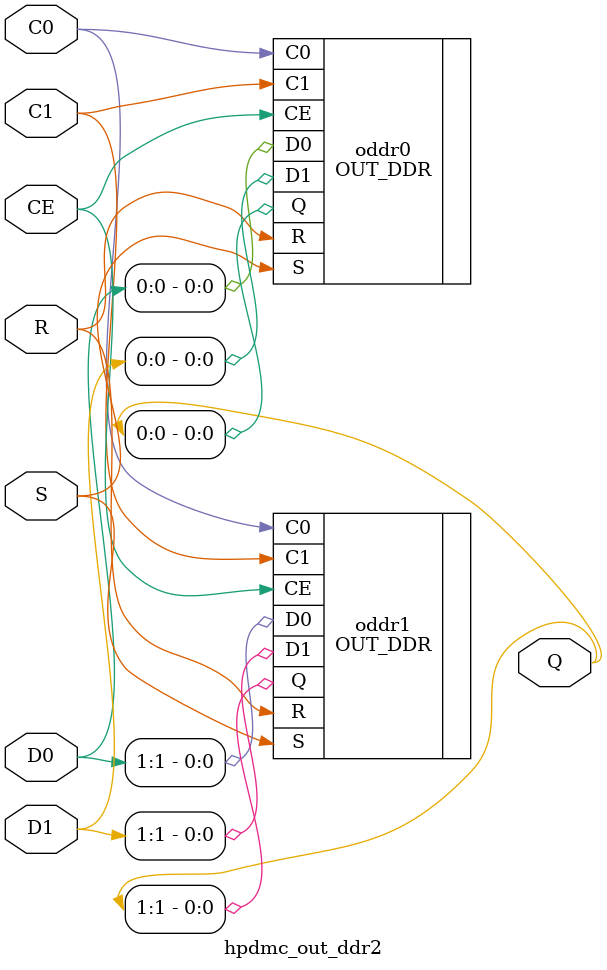
<source format=v>
/*
 * Milkymist VJ SoC
 * Copyright (C) 2007, 2008, 2009 Sebastien Bourdeauducq
 *
 * This program is free software: you can redistribute it and/or modify
 * it under the terms of the GNU General Public License as published by
 * the Free Software Foundation, version 3 of the License.
 *
 * This program is distributed in the hope that it will be useful,
 * but WITHOUT ANY WARRANTY; without even the implied warranty of
 * MERCHANTABILITY or FITNESS FOR A PARTICULAR PURPOSE.  See the
 * GNU General Public License for more details.
 *
 * You should have received a copy of the GNU General Public License
 * along with this program.  If not, see <http://www.gnu.org/licenses/>.
 */

/*
 * Verilog code that really should be replaced with a generate
 * statement, but it does not work with some free simulators.
 * So I put it in a module so as not to make other code unreadable,
 * and keep compatibility with as many simulators as possible.
 */

module hpdmc_out_ddr2 (
	output [1:0] Q,
	input C0,
	input C1,
	input CE,
	input [1:0] D0,
	input [1:0] D1,
	input R,
	input S
);

OUT_DDR  oddr0 (
	.Q(Q[0]),
	.C0(C0),
	.C1(C1),
	.CE(CE),
	.D0(D0[0]),
	.D1(D1[0]),
	.R(R),
	.S(S)
);
OUT_DDR  oddr1 (
	.Q(Q[1]),
	.C0(C0),
	.C1(C1),
	.CE(CE),
	.D0(D0[1]),
	.D1(D1[1]),
	.R(R),
	.S(S)
);

endmodule

</source>
